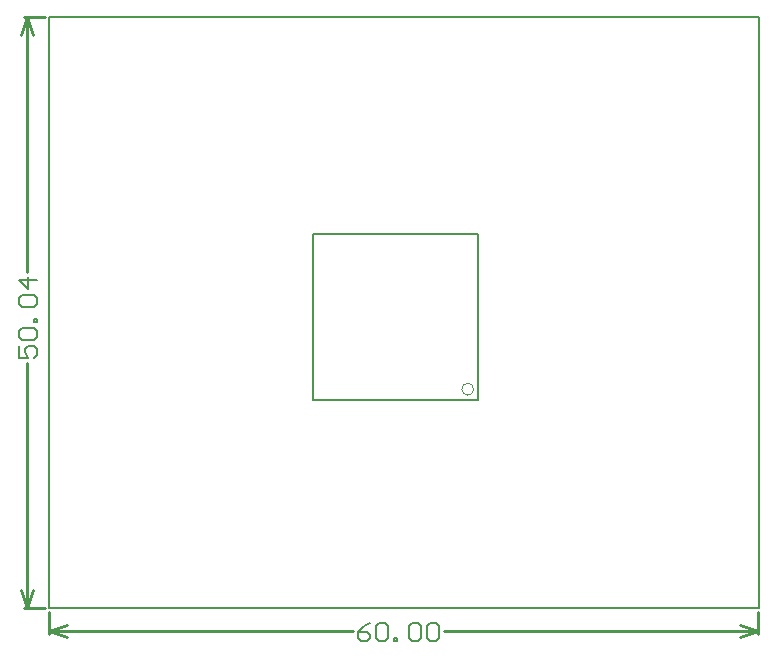
<source format=gm1>
G04*
G04 #@! TF.GenerationSoftware,Altium Limited,Altium Designer,20.0.13 (296)*
G04*
G04 Layer_Color=16711935*
%FSLAX24Y24*%
%MOIN*%
G70*
G01*
G75*
%ADD14C,0.0100*%
%ADD17C,0.0080*%
%ADD18C,0.0060*%
%ADD19C,0.0039*%
D14*
X23622Y-850D02*
Y-140D01*
X0Y-850D02*
Y-140D01*
X13161Y-750D02*
X23622D01*
X0D02*
X10141D01*
X23022Y-550D02*
X23622Y-750D01*
X23022Y-950D02*
X23622Y-750D01*
X0D02*
X600Y-950D01*
X0Y-750D02*
X600Y-550D01*
X-850Y19700D02*
X-140D01*
X-850Y-0D02*
X-140D01*
X-750Y11200D02*
Y19700D01*
Y-0D02*
Y8180D01*
X-950Y19100D02*
X-750Y19700D01*
X-550Y19100D01*
X-750Y-0D02*
X-550Y600D01*
X-950D02*
X-750Y-0D01*
X23622Y-850D02*
Y-140D01*
X0Y-850D02*
Y-140D01*
X13161Y-750D02*
X23622D01*
X0D02*
X10141D01*
X23022Y-550D02*
X23622Y-750D01*
X23022Y-950D02*
X23622Y-750D01*
X0D02*
X600Y-950D01*
X0Y-750D02*
X600Y-550D01*
X-850Y19700D02*
X-140D01*
X-850Y-0D02*
X-140D01*
X-750Y11200D02*
Y19700D01*
Y-0D02*
Y8180D01*
X-950Y19100D02*
X-750Y19700D01*
X-550Y19100D01*
X-750Y-0D02*
X-550Y600D01*
X-950D02*
X-750Y-0D01*
D17*
X23650Y18144D02*
Y19700D01*
X0D02*
X23650D01*
Y-0D02*
Y18144D01*
X0Y-0D02*
X23622D01*
X0D02*
Y19700D01*
X23650Y18144D02*
Y19700D01*
X0D02*
X23650D01*
Y-0D02*
Y18144D01*
X0Y-0D02*
X23622D01*
X0D02*
Y19700D01*
X14306Y6944D02*
Y12456D01*
X8794Y6944D02*
Y12456D01*
Y6944D02*
X14306D01*
X8794Y12456D02*
X14306D01*
D18*
X10701Y-510D02*
X10501Y-610D01*
X10301Y-810D01*
Y-1010D01*
X10401Y-1110D01*
X10601D01*
X10701Y-1010D01*
Y-910D01*
X10601Y-810D01*
X10301D01*
X10901Y-610D02*
X11001Y-510D01*
X11201D01*
X11301Y-610D01*
Y-1010D01*
X11201Y-1110D01*
X11001D01*
X10901Y-1010D01*
Y-610D01*
X11501Y-1110D02*
Y-1010D01*
X11601D01*
Y-1110D01*
X11501D01*
X12001Y-610D02*
X12101Y-510D01*
X12301D01*
X12401Y-610D01*
Y-1010D01*
X12301Y-1110D01*
X12101D01*
X12001Y-1010D01*
Y-610D01*
X12601D02*
X12701Y-510D01*
X12901D01*
X13001Y-610D01*
Y-1010D01*
X12901Y-1110D01*
X12701D01*
X12601Y-1010D01*
Y-610D01*
X-990Y8740D02*
Y8340D01*
X-690D01*
X-790Y8540D01*
Y8640D01*
X-690Y8740D01*
X-490D01*
X-390Y8640D01*
Y8440D01*
X-490Y8340D01*
X-890Y8940D02*
X-990Y9040D01*
Y9240D01*
X-890Y9340D01*
X-490D01*
X-390Y9240D01*
Y9040D01*
X-490Y8940D01*
X-890D01*
X-390Y9540D02*
X-490D01*
Y9640D01*
X-390D01*
Y9540D01*
X-890Y10040D02*
X-990Y10140D01*
Y10340D01*
X-890Y10440D01*
X-490D01*
X-390Y10340D01*
Y10140D01*
X-490Y10040D01*
X-890D01*
X-390Y10940D02*
X-990D01*
X-690Y10640D01*
Y11040D01*
X10701Y-510D02*
X10501Y-610D01*
X10301Y-810D01*
Y-1010D01*
X10401Y-1110D01*
X10601D01*
X10701Y-1010D01*
Y-910D01*
X10601Y-810D01*
X10301D01*
X10901Y-610D02*
X11001Y-510D01*
X11201D01*
X11301Y-610D01*
Y-1010D01*
X11201Y-1110D01*
X11001D01*
X10901Y-1010D01*
Y-610D01*
X11501Y-1110D02*
Y-1010D01*
X11601D01*
Y-1110D01*
X11501D01*
X12001Y-610D02*
X12101Y-510D01*
X12301D01*
X12401Y-610D01*
Y-1010D01*
X12301Y-1110D01*
X12101D01*
X12001Y-1010D01*
Y-610D01*
X12601D02*
X12701Y-510D01*
X12901D01*
X13001Y-610D01*
Y-1010D01*
X12901Y-1110D01*
X12701D01*
X12601Y-1010D01*
Y-610D01*
X-990Y8740D02*
Y8340D01*
X-690D01*
X-790Y8540D01*
Y8640D01*
X-690Y8740D01*
X-490D01*
X-390Y8640D01*
Y8440D01*
X-490Y8340D01*
X-890Y8940D02*
X-990Y9040D01*
Y9240D01*
X-890Y9340D01*
X-490D01*
X-390Y9240D01*
Y9040D01*
X-490Y8940D01*
X-890D01*
X-390Y9540D02*
X-490D01*
Y9640D01*
X-390D01*
Y9540D01*
X-890Y10040D02*
X-990Y10140D01*
Y10340D01*
X-890Y10440D01*
X-490D01*
X-390Y10340D01*
Y10140D01*
X-490Y10040D01*
X-890D01*
X-390Y10940D02*
X-990D01*
X-690Y10640D01*
Y11040D01*
D19*
X14148Y7298D02*
G03*
X14148Y7298I-197J0D01*
G01*
M02*

</source>
